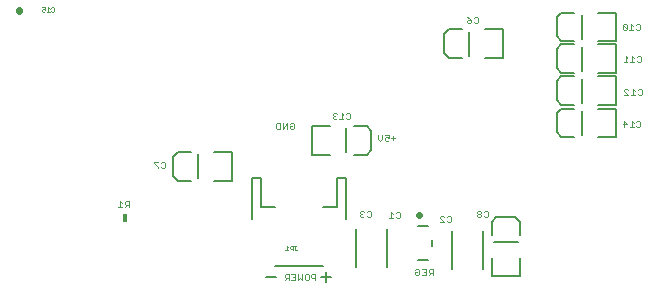
<source format=gbo>
G75*
G70*
%OFA0B0*%
%FSLAX24Y24*%
%IPPOS*%
%LPD*%
%AMOC8*
5,1,8,0,0,1.08239X$1,22.5*
%
%ADD10C,0.0040*%
%ADD11C,0.0080*%
%ADD12C,0.0220*%
%ADD13R,0.0180X0.0300*%
%ADD14C,0.0050*%
%ADD15C,0.0010*%
%ADD16C,0.0020*%
D10*
X004641Y002904D02*
X004775Y002904D01*
X004708Y002904D02*
X004708Y003104D01*
X004775Y003037D01*
X004862Y003071D02*
X004862Y003004D01*
X004896Y002971D01*
X004996Y002971D01*
X004996Y002904D02*
X004996Y003104D01*
X004896Y003104D01*
X004862Y003071D01*
X004929Y002971D02*
X004862Y002904D01*
X005973Y004220D02*
X005973Y004254D01*
X005839Y004387D01*
X005839Y004421D01*
X005973Y004421D01*
X006060Y004387D02*
X006094Y004421D01*
X006160Y004421D01*
X006194Y004387D01*
X006194Y004254D01*
X006160Y004220D01*
X006094Y004220D01*
X006060Y004254D01*
X009910Y005535D02*
X009910Y005669D01*
X009943Y005702D01*
X010043Y005702D01*
X010043Y005502D01*
X009943Y005502D01*
X009910Y005535D01*
X010131Y005502D02*
X010131Y005702D01*
X010264Y005702D02*
X010131Y005502D01*
X010264Y005502D02*
X010264Y005702D01*
X010352Y005669D02*
X010385Y005702D01*
X010452Y005702D01*
X010485Y005669D01*
X010485Y005535D01*
X010452Y005502D01*
X010385Y005502D01*
X010352Y005535D01*
X010352Y005602D01*
X010419Y005602D01*
X011790Y005895D02*
X011823Y005861D01*
X011890Y005861D01*
X011923Y005895D01*
X011857Y005961D02*
X011823Y005961D01*
X011790Y005928D01*
X011790Y005895D01*
X011823Y005961D02*
X011790Y005995D01*
X011790Y006028D01*
X011823Y006061D01*
X011890Y006061D01*
X011923Y006028D01*
X012078Y006061D02*
X012078Y005861D01*
X012144Y005861D02*
X012011Y005861D01*
X012232Y005895D02*
X012265Y005861D01*
X012332Y005861D01*
X012365Y005895D01*
X012365Y006028D01*
X012332Y006061D01*
X012265Y006061D01*
X012232Y006028D01*
X012144Y005995D02*
X012078Y006061D01*
X013292Y005303D02*
X013292Y005169D01*
X013358Y005103D01*
X013425Y005169D01*
X013425Y005303D01*
X013513Y005303D02*
X013646Y005303D01*
X013646Y005203D01*
X013579Y005236D01*
X013546Y005236D01*
X013513Y005203D01*
X013513Y005136D01*
X013546Y005103D01*
X013613Y005103D01*
X013646Y005136D01*
X013734Y005203D02*
X013867Y005203D01*
X013800Y005269D02*
X013800Y005136D01*
X013742Y002748D02*
X013742Y002548D01*
X013676Y002548D02*
X013809Y002548D01*
X013897Y002581D02*
X013930Y002548D01*
X013997Y002548D01*
X014030Y002581D01*
X014030Y002715D01*
X013997Y002748D01*
X013930Y002748D01*
X013897Y002715D01*
X013809Y002682D02*
X013742Y002748D01*
X013045Y002752D02*
X013045Y002618D01*
X013012Y002585D01*
X012945Y002585D01*
X012912Y002618D01*
X012824Y002618D02*
X012791Y002585D01*
X012724Y002585D01*
X012691Y002618D01*
X012691Y002651D01*
X012724Y002685D01*
X012757Y002685D01*
X012724Y002685D02*
X012691Y002718D01*
X012691Y002752D01*
X012724Y002785D01*
X012791Y002785D01*
X012824Y002752D01*
X012912Y002752D02*
X012945Y002785D01*
X013012Y002785D01*
X013045Y002752D01*
X015363Y002570D02*
X015396Y002603D01*
X015463Y002603D01*
X015496Y002570D01*
X015584Y002570D02*
X015617Y002603D01*
X015684Y002603D01*
X015717Y002570D01*
X015717Y002436D01*
X015684Y002403D01*
X015617Y002403D01*
X015584Y002436D01*
X015496Y002403D02*
X015363Y002403D01*
X015496Y002403D02*
X015363Y002536D01*
X015363Y002570D01*
X016597Y002606D02*
X016631Y002573D01*
X016697Y002573D01*
X016731Y002606D01*
X016731Y002640D01*
X016697Y002673D01*
X016631Y002673D01*
X016597Y002640D01*
X016597Y002606D01*
X016631Y002673D02*
X016597Y002706D01*
X016597Y002740D01*
X016631Y002773D01*
X016697Y002773D01*
X016731Y002740D01*
X016731Y002706D01*
X016697Y002673D01*
X016818Y002606D02*
X016852Y002573D01*
X016918Y002573D01*
X016952Y002606D01*
X016952Y002740D01*
X016918Y002773D01*
X016852Y002773D01*
X016818Y002740D01*
X015118Y000856D02*
X015018Y000856D01*
X014985Y000822D01*
X014985Y000756D01*
X015018Y000722D01*
X015118Y000722D01*
X015118Y000655D02*
X015118Y000856D01*
X015051Y000722D02*
X014985Y000655D01*
X014897Y000655D02*
X014764Y000655D01*
X014676Y000689D02*
X014643Y000655D01*
X014576Y000655D01*
X014543Y000689D01*
X014543Y000756D01*
X014609Y000756D01*
X014543Y000822D02*
X014576Y000856D01*
X014643Y000856D01*
X014676Y000822D01*
X014676Y000689D01*
X014830Y000756D02*
X014897Y000756D01*
X014897Y000856D02*
X014764Y000856D01*
X014897Y000856D02*
X014897Y000655D01*
X011200Y000676D02*
X011200Y000476D01*
X011200Y000542D02*
X011100Y000542D01*
X011066Y000576D01*
X011066Y000642D01*
X011100Y000676D01*
X011200Y000676D01*
X010979Y000642D02*
X010979Y000509D01*
X010946Y000476D01*
X010879Y000476D01*
X010845Y000509D01*
X010845Y000642D01*
X010879Y000676D01*
X010946Y000676D01*
X010979Y000642D01*
X010758Y000676D02*
X010758Y000476D01*
X010691Y000542D01*
X010624Y000476D01*
X010624Y000676D01*
X010537Y000676D02*
X010537Y000476D01*
X010403Y000476D01*
X010316Y000476D02*
X010316Y000676D01*
X010216Y000676D01*
X010182Y000642D01*
X010182Y000576D01*
X010216Y000542D01*
X010316Y000542D01*
X010249Y000542D02*
X010182Y000476D01*
X010403Y000676D02*
X010537Y000676D01*
X010537Y000576D02*
X010470Y000576D01*
X021494Y005576D02*
X021494Y005777D01*
X021594Y005676D01*
X021461Y005676D01*
X021682Y005576D02*
X021815Y005576D01*
X021748Y005576D02*
X021748Y005777D01*
X021815Y005710D01*
X021903Y005743D02*
X021936Y005777D01*
X022003Y005777D01*
X022036Y005743D01*
X022036Y005610D01*
X022003Y005576D01*
X021936Y005576D01*
X021903Y005610D01*
X021862Y006666D02*
X021729Y006666D01*
X021796Y006666D02*
X021796Y006866D01*
X021862Y006799D01*
X021950Y006832D02*
X021983Y006866D01*
X022050Y006866D01*
X022083Y006832D01*
X022083Y006699D01*
X022050Y006666D01*
X021983Y006666D01*
X021950Y006699D01*
X021641Y006666D02*
X021508Y006799D01*
X021508Y006832D01*
X021541Y006866D01*
X021608Y006866D01*
X021641Y006832D01*
X021641Y006666D02*
X021508Y006666D01*
X021478Y007758D02*
X021611Y007758D01*
X021545Y007758D02*
X021545Y007958D01*
X021611Y007891D01*
X021766Y007958D02*
X021766Y007758D01*
X021832Y007758D02*
X021699Y007758D01*
X021920Y007791D02*
X021953Y007758D01*
X022020Y007758D01*
X022053Y007791D01*
X022053Y007925D01*
X022020Y007958D01*
X021953Y007958D01*
X021920Y007925D01*
X021832Y007891D02*
X021766Y007958D01*
X021736Y008831D02*
X021736Y009031D01*
X021802Y008964D01*
X021890Y008998D02*
X021923Y009031D01*
X021990Y009031D01*
X022023Y008998D01*
X022023Y008864D01*
X021990Y008831D01*
X021923Y008831D01*
X021890Y008864D01*
X021802Y008831D02*
X021669Y008831D01*
X021581Y008864D02*
X021448Y008998D01*
X021448Y008864D01*
X021481Y008831D01*
X021548Y008831D01*
X021581Y008864D01*
X021581Y008998D01*
X021548Y009031D01*
X021481Y009031D01*
X021448Y008998D01*
X016622Y009084D02*
X016588Y009051D01*
X016522Y009051D01*
X016488Y009084D01*
X016401Y009084D02*
X016401Y009151D01*
X016301Y009151D01*
X016267Y009117D01*
X016267Y009084D01*
X016301Y009051D01*
X016367Y009051D01*
X016401Y009084D01*
X016401Y009151D02*
X016334Y009217D01*
X016267Y009251D01*
X016488Y009217D02*
X016522Y009251D01*
X016588Y009251D01*
X016622Y009217D01*
X016622Y009084D01*
D11*
X016866Y008839D02*
X017456Y008839D01*
X017456Y007895D01*
X016866Y007895D01*
X016078Y007895D02*
X015645Y007895D01*
X015488Y008052D01*
X015488Y008682D01*
X015645Y008839D01*
X016078Y008839D01*
X019247Y008609D02*
X019247Y009239D01*
X019405Y009397D01*
X019838Y009397D01*
X020625Y009397D02*
X021216Y009397D01*
X021216Y008452D01*
X020625Y008452D01*
X020625Y008334D02*
X021216Y008334D01*
X021216Y007389D01*
X020625Y007389D01*
X020625Y007271D02*
X021216Y007271D01*
X021216Y006326D01*
X020625Y006326D01*
X020623Y006194D02*
X021214Y006194D01*
X021214Y005249D01*
X020623Y005249D01*
X019836Y005249D02*
X019403Y005249D01*
X019245Y005406D01*
X019245Y006036D01*
X019403Y006194D01*
X019836Y006194D01*
X019838Y006326D02*
X019405Y006326D01*
X019247Y006483D01*
X019247Y007113D01*
X019405Y007271D01*
X019838Y007271D01*
X019838Y007389D02*
X019405Y007389D01*
X019247Y007546D01*
X019247Y008176D01*
X019405Y008334D01*
X019838Y008334D01*
X019838Y008452D02*
X019405Y008452D01*
X019247Y008609D01*
X013074Y005452D02*
X012917Y005609D01*
X012484Y005609D01*
X013074Y005452D02*
X013074Y004822D01*
X012917Y004664D01*
X012484Y004664D01*
X011696Y004664D02*
X011106Y004664D01*
X011106Y005609D01*
X011696Y005609D01*
X008430Y004745D02*
X007840Y004745D01*
X008430Y004745D02*
X008430Y003800D01*
X007840Y003800D01*
X007053Y003800D02*
X006619Y003800D01*
X006462Y003958D01*
X006462Y004587D01*
X006619Y004745D01*
X007053Y004745D01*
X009090Y003900D02*
X009405Y003900D01*
X009405Y002916D01*
X009877Y002916D01*
X009090Y002522D02*
X009090Y003900D01*
X011452Y002916D02*
X011924Y002916D01*
X011924Y003900D01*
X012239Y003900D01*
X012239Y002522D01*
X012562Y002188D02*
X012562Y000928D01*
X013586Y000928D02*
X013586Y002188D01*
X014622Y002283D02*
X014960Y002283D01*
X015767Y002125D02*
X015767Y000865D01*
X014960Y001163D02*
X014622Y001163D01*
X015110Y001618D02*
X015110Y001829D01*
X016791Y002125D02*
X016791Y000865D01*
X017086Y000619D02*
X018031Y000619D01*
X018031Y001210D01*
X017086Y001210D02*
X017086Y000619D01*
X017086Y001997D02*
X017086Y002430D01*
X017243Y002587D01*
X017873Y002587D01*
X018031Y002430D01*
X018031Y001997D01*
X011723Y000581D02*
X011403Y000581D01*
X011563Y000741D02*
X011563Y000421D01*
X011452Y000947D02*
X009877Y000947D01*
X009883Y000591D02*
X009563Y000591D01*
D12*
X014673Y002640D02*
X014673Y002664D01*
X001327Y009460D02*
X001327Y009484D01*
D13*
X004856Y002554D03*
D14*
X007296Y003873D02*
X007296Y004673D01*
X012240Y004737D02*
X012240Y005537D01*
X016322Y007967D02*
X016322Y008767D01*
X020082Y008524D02*
X020082Y009324D01*
X020082Y008261D02*
X020082Y007461D01*
X020082Y007198D02*
X020082Y006398D01*
X020079Y006121D02*
X020079Y005321D01*
X017958Y001753D02*
X017158Y001753D01*
D15*
X010602Y001498D02*
X010577Y001473D01*
X010551Y001473D01*
X010526Y001498D01*
X010526Y001623D01*
X010551Y001623D02*
X010501Y001623D01*
X010454Y001623D02*
X010379Y001623D01*
X010354Y001598D01*
X010354Y001548D01*
X010379Y001523D01*
X010454Y001523D01*
X010454Y001473D02*
X010454Y001623D01*
X010307Y001573D02*
X010257Y001623D01*
X010257Y001473D01*
X010307Y001473D02*
X010207Y001473D01*
D16*
X002471Y009428D02*
X002424Y009428D01*
X002401Y009451D01*
X002347Y009428D02*
X002253Y009428D01*
X002300Y009428D02*
X002300Y009568D01*
X002347Y009521D01*
X002401Y009545D02*
X002424Y009568D01*
X002471Y009568D01*
X002494Y009545D01*
X002494Y009451D01*
X002471Y009428D01*
X002199Y009451D02*
X002176Y009428D01*
X002129Y009428D01*
X002106Y009451D01*
X002106Y009498D01*
X002129Y009521D01*
X002153Y009521D01*
X002199Y009498D01*
X002199Y009568D01*
X002106Y009568D01*
M02*

</source>
